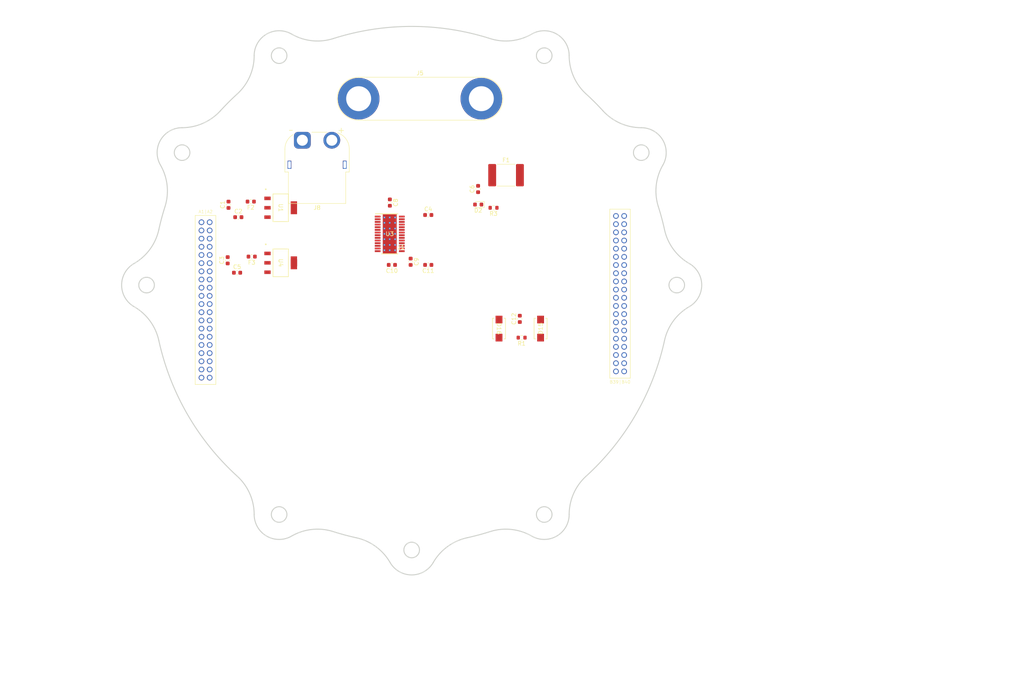
<source format=kicad_pcb>
(kicad_pcb (version 20221018) (generator pcbnew)
  (layers (0 "F.Cu" signal) (1 "In1.Cu" signal) (2 "In2.Cu" signal) (31 "B.Cu" signal) (34 "B.Paste" user) (35 "F.Paste" user) (36 "B.SilkS" user "B.Silkscreen") (37 "F.SilkS" user "F.Silkscreen") (38 "B.Mask" user) (39 "F.Mask" user) (44 "Edge.Cuts" user))
  (net 0 "")
  (net 1 "GND")
  (net 2 "V_ALL+")
  (net 3 "LOX_VENT+")
  (net 4 "/BAT1_+_pre")
  (net 5 "ETH_VENT+")
  (net 6 "ETH_MAIIN+")
  (net 7 "PYRO_EX+")
  (net 8 "Net-(C12-Pad1)")
  (net 9 "Net-(D2-K)")
  (net 10 "/BAT1_+")
  (net 11 "PWR_SUP")
  (net 12 "Net-(U1-OUTPUT)")
  (net 13 "Net-(U4-OUTPUT)")
  (net 14 "ETH_MAIN+")
  (net 28 "PYRO1EN")
  (net 37 "PYRO2EN")
  (net 39 "PYRO3EN")
  (net 41 "+5V")
  (net 42 "PYRO4EN")
  (net 46 "+3.3V")
  (footprint "Capacitor_SMD:C_0603_1608Metric" (layer "F.Cu") (at 126.225 67.805)
    (fp_text reference "C4" (at 0 -1.43) (layer "F.SilkS"))
    (fp_text value "22nF")
    (fp_line (start -0.14058 -0.51) (end 0.14058 -0.51) (stroke (width 0.12)) (layer "F.SilkS"))
    (fp_line (start -0.14058 0.51) (end 0.14058 0.51) (stroke (width 0.12)) (layer "F.SilkS"))
    (pad "1" smd roundrect (at -0.775 0) (size 0.9 0.95) (layers "F.Cu" "F.Paste" "F.Mask") (net 3 "LOX_VENT+"))
    (pad "2" smd roundrect (at 0.775 0) (size 0.9 0.95) (layers "F.Cu" "F.Paste" "F.Mask") (net 1 "GND"))
  )
  (footprint "Diode_SMD:D_0603_1608Metric" (layer "F.Cu") (at 138.43 65.2525 180)
    (fp_text reference "D2" (at 0 -1.43) (layer "F.SilkS"))
    (fp_text value "D_Small")
    (fp_line (start -1.485 -0.735) (end -1.485 0.735) (stroke (width 0.12)) (layer "F.SilkS"))
    (fp_line (start -1.485 0.735) (end 0.8 0.735) (stroke (width 0.12)) (layer "F.SilkS"))
    (fp_line (start 0.8 -0.735) (end -1.485 -0.735) (stroke (width 0.12)) (layer "F.SilkS"))
    (pad "1" smd roundrect (at -0.7875 0 180) (size 0.875 0.95) (layers "F.Cu" "F.Paste" "F.Mask") (net 9 "Net-(D2-K)"))
    (pad "2" smd roundrect (at 0.7875 0 180) (size 0.875 0.95) (layers "F.Cu" "F.Paste" "F.Mask") (net 1 "GND"))
  )
  (footprint "Capacitor_SMD:C_0603_1608Metric" (layer "F.Cu") (at 79.515 81.915)
    (fp_text reference "C5" (at 0 -1.43) (layer "F.SilkS"))
    (fp_text value "10uF")
    (fp_line (start -0.14058 -0.51) (end 0.14058 -0.51) (stroke (width 0.12)) (layer "F.SilkS"))
    (fp_line (start -0.14058 0.51) (end 0.14058 0.51) (stroke (width 0.12)) (layer "F.SilkS"))
    (pad "1" smd roundrect (at -0.775 0) (size 0.9 0.95) (layers "F.Cu" "F.Paste" "F.Mask") (net 1 "GND"))
    (pad "2" smd roundrect (at 0.775 0) (size 0.9 0.95) (layers "F.Cu" "F.Paste" "F.Mask") (net 2 "V_ALL+"))
  )
  (footprint "Capacitor_SMD:C_0603_1608Metric" (layer "F.Cu") (at 77.4192 65.305 90)
    (fp_text reference "C1" (at 0 -1.43 90) (layer "F.SilkS"))
    (fp_text value "22uF")
    (fp_line (start -0.14058 -0.51) (end 0.14058 -0.51) (stroke (width 0.12)) (layer "F.SilkS"))
    (fp_line (start -0.14058 0.51) (end 0.14058 0.51) (stroke (width 0.12)) (layer "F.SilkS"))
    (pad "1" smd roundrect (at -0.775 0 90) (size 0.9 0.95) (layers "F.Cu" "F.Paste" "F.Mask") (net 1 "GND"))
    (pad "2" smd roundrect (at 0.775 0 90) (size 0.9 0.95) (layers "F.Cu" "F.Paste" "F.Mask") (net 46 "+3.3V"))
  )
  (footprint "Fuse:Fuse_0603_1608Metric" (layer "F.Cu") (at 82.8542 64.53 180)
    (fp_text reference "F2" (at 0 -1.43) (layer "F.SilkS"))
    (fp_text value "500mA Fuse")
    (fp_line (start -0.162779 -0.51) (end 0.162779 -0.51) (stroke (width 0.12)) (layer "F.SilkS"))
    (fp_line (start -0.162779 0.51) (end 0.162779 0.51) (stroke (width 0.12)) (layer "F.SilkS"))
    (pad "1" smd roundrect (at -0.7875 0 180) (size 0.875 0.95) (layers "F.Cu" "F.Paste" "F.Mask") (net 12 "Net-(U1-OUTPUT)"))
    (pad "2" smd roundrect (at 0.7875 0 180) (size 0.875 0.95) (layers "F.Cu" "F.Paste" "F.Mask") (net 46 "+3.3V"))
  )
  (footprint "Capacitor_SMD:C_0603_1608Metric" (layer "F.Cu") (at 148.59 93.205 90)
    (fp_text reference "C12" (at 0 -1.43 90) (layer "F.SilkS"))
    (fp_text value "10uF")
    (fp_line (start -0.14058 -0.51) (end 0.14058 -0.51) (stroke (width 0.12)) (layer "F.SilkS"))
    (fp_line (start -0.14058 0.51) (end 0.14058 0.51) (stroke (width 0.12)) (layer "F.SilkS"))
    (pad "1" smd roundrect (at -0.775 0 90) (size 0.9 0.95) (layers "F.Cu" "F.Paste" "F.Mask") (net 8 "Net-(C12-Pad1)"))
    (pad "2" smd roundrect (at 0.775 0 90) (size 0.9 0.95) (layers "F.Cu" "F.Paste" "F.Mask") (net 2 "V_ALL+"))
  )
  (footprint "D_Schottky:SMADO-214AC_LEAD-FRAME_MCC" (layer "F.Cu") (at 143.51 95.5802 -90)
    (fp_text reference "D16" (at 0 0 -90 unlocked) (layer "F.SilkS"))
    (fp_text value "D_Schottky")
    (fp_line (start -2.5019 -1.5875) (end -2.5019 -1.17094) (stroke (width 0.1524)) (layer "F.SilkS"))
    (fp_line (start -2.5019 1.17094) (end -2.5019 1.5875) (stroke (width 0.1524)) (layer "F.SilkS"))
    (fp_line (start -2.5019 1.5875) (end 2.5019 1.5875) (stroke (width 0.1524)) (layer "F.SilkS"))
    (fp_line (start 2.5019 -1.5875) (end -2.5019 -1.5875) (stroke (width 0.1524)) (layer "F.SilkS"))
    (fp_line (start 2.5019 -1.17094) (end 2.5019 -1.5875) (stroke (width 0.1524)) (layer "F.SilkS"))
    (fp_line (start 2.5019 1.5875) (end 2.5019 1.17094) (stroke (width 0.1524)) (layer "F.SilkS"))
    (pad "1" smd rect (at -2.2098 0 270) (size 1.8796 1.6764) (layers "F.Cu" "F.Paste" "F.Mask") (net 2 "V_ALL+"))
    (pad "2" smd rect (at 2.2098 0 270) (size 1.8796 1.6764) (layers "F.Cu" "F.Paste" "F.Mask") (net 11 "PWR_SUP"))
  )
  (footprint "Resistor_SMD:R_0603_1608Metric" (layer "F.Cu") (at 149.035 97.79 180)
    (fp_text reference "R1" (at 0 -1.43) (layer "F.SilkS"))
    (fp_text value "1k")
    (fp_line (start -0.237258 -0.5225) (end 0.237258 -0.5225) (stroke (width 0.12)) (layer "F.SilkS"))
    (fp_line (start -0.237258 0.5225) (end 0.237258 0.5225) (stroke (width 0.12)) (layer "F.SilkS"))
    (pad "1" smd roundrect (at -0.825 0 180) (size 0.8 0.95) (layers "F.Cu" "F.Paste" "F.Mask") (net 8 "Net-(C12-Pad1)"))
    (pad "2" smd roundrect (at 0.825 0 180) (size 0.8 0.95) (layers "F.Cu" "F.Paste" "F.Mask") (net 1 "GND"))
  )
  (footprint "TPS4:PWP0028C_N" (layer "F.Cu") (at 116.81 72.42)
    (fp_text reference "U3" (at 0 0 unlocked) (layer "F.SilkS"))
    (fp_text value "TPS4H160BQPWPRQ1")
    (fp_line (start -3.500001 -4.9) (end 2.000001 -4.9) (stroke (width 0.2)) (layer "F.SilkS"))
    (fp_line (start -2.000001 4.9) (end 2.000001 4.9) (stroke (width 0.2)) (layer "F.SilkS"))
    (pad "1" smd rect (at -2.949999 -4.225 90) (size 0.449999 1.4) (layers "F.Cu" "F.Paste" "F.Mask") (net 1 "GND"))
    (pad "2" smd rect (at -2.949999 -3.574999 90) (size 0.449999 1.4) (layers "F.Cu" "F.Paste" "F.Mask"))
    (pad "3" smd rect (at -2.949999 -2.925 90) (size 0.449999 1.4) (layers "F.Cu" "F.Paste" "F.Mask") (net 28 "PYRO1EN"))
    (pad "4" smd rect (at -2.949999 -2.274999 90) (size 0.449999 1.4) (layers "F.Cu" "F.Paste" "F.Mask") (net 37 "PYRO2EN"))
    (pad "5" smd rect (at -2.949999 -1.625001 90) (size 0.449999 1.4) (layers "F.Cu" "F.Paste" "F.Mask") (net 39 "PYRO3EN"))
    (pad "6" smd rect (at -2.949999 -0.974999 90) (size 0.449999 1.4) (layers "F.Cu" "F.Paste" "F.Mask") (net 42 "PYRO4EN"))
    (pad "7" smd rect (at -2.949999 -0.325001 90) (size 0.449999 1.4) (layers "F.Cu" "F.Paste" "F.Mask"))
    (pad "8" smd rect (at -2.949999 0.325001 90) (size 0.449999 1.4) (layers "F.Cu" "F.Paste" "F.Mask"))
    (pad "9" smd rect (at -2.949999 0.974999 90) (size 0.449999 1.4) (layers "F.Cu" "F.Paste" "F.Mask"))
    (pad "10" smd rect (at -2.949999 1.625001 90) (size 0.449999 1.4) (layers "F.Cu" "F.Paste" "F.Mask"))
    (pad "11" smd rect (at -2.949999 2.274999 90) (size 0.449999 1.4) (layers "F.Cu" "F.Paste" "F.Mask"))
    (pad "12" smd rect (at -2.949999 2.925 90) (size 0.449999 1.4) (layers "F.Cu" "F.Paste" "F.Mask") (net 1 "GND"))
    (pad "13" smd rect (at -2.949999 3.574999 90) (size 0.449999 1.4) (layers "F.Cu" "F.Paste" "F.Mask"))
    (pad "14" smd rect (at -2.949999 4.225 90) (size 0.449999 1.4) (layers "F.Cu" "F.Paste" "F.Mask"))
    (pad "15" smd rect (at 2.950002 4.225 90) (size 0.449999 1.4) (layers "F.Cu" "F.Paste" "F.Mask") (net 7 "PYRO_EX+"))
    (pad "16" smd rect (at 2.950002 3.574999 90) (size 0.449999 1.4) (layers "F.Cu" "F.Paste" "F.Mask") (net 7 "PYRO_EX+"))
    (pad "17" smd rect (at 2.950002 2.925 90) (size 0.449999 1.4) (layers "F.Cu" "F.Paste" "F.Mask") (net 6 "ETH_MAIIN+"))
    (pad "18" smd rect (at 2.950002 2.274999 90) (size 0.449999 1.4) (layers "F.Cu" "F.Paste" "F.Mask") (net 6 "ETH_MAIIN+"))
    (pad "19" smd rect (at 2.950002 1.625001 90) (size 0.449999 1.4) (layers "F.Cu" "F.Paste" "F.Mask"))
    (pad "20" smd rect (at 2.950002 0.974999 90) (size 0.449999 1.4) (layers "F.Cu" "F.Paste" "F.Mask") (net 2 "V_ALL+"))
    (pad "21" smd rect (at 2.950002 0.325001 90) (size 0.449999 1.4) (layers "F.Cu" "F.Paste" "F.Mask") (net 2 "V_ALL+"))
    (pad "22" smd rect (at 2.950002 -0.325001 90) (size 0.449999 1.4) (layers "F.Cu" "F.Paste" "F.Mask") (net 2 "V_ALL+"))
    (pad "23" smd rect (at 2.950002 -0.974999 90) (size 0.449999 1.4) (layers "F.Cu" "F.Paste" "F.Mask") (net 2 "V_ALL+"))
    (pad "24" smd rect (at 2.950002 -1.625001 90) (size 0.449999 1.4) (layers "F.Cu" "F.Paste" "F.Mask"))
    (pad "25" smd rect (at 2.950002 -2.274999 90) (size 0.449999 1.4) (layers "F.Cu" "F.Paste" "F.Mask") (net 5 "ETH_VENT+"))
    (pad "26" smd rect (at 2.950002 -2.925 90) (size 0.449999 1.4) (layers "F.Cu" "F.Paste" "F.Mask") (net 5 "ETH_VENT+"))
    (pad "27" smd rect (at 2.950002 -3.574999 90) (size 0.449999 1.4) (layers "F.Cu" "F.Paste" "F.Mask") (net 3 "LOX_VENT+"))
    (pad "28" smd rect (at 2.950002 -4.225 90) (size 0.449999 1.4) (layers "F.Cu" "F.Paste" "F.Mask") (net 3 "LOX_VENT+"))
    (pad "29" smd rect (at 0 0) (size 3.400001 9.700001) (layers "F.Cu" "F.Paste" "F.Mask") (net 1 "GND"))
    (pad "V" thru_hole circle (at -1.3 -4) (size 0.499999 0.499999) (drill 0.2032) (layers "*.Cu" "*.Mask"))
    (pad "V" thru_hole circle (at -1.3 -2.7) (size 0.499999 0.499999) (drill 0.2032) (layers "*.Cu" "*.Mask"))
    (pad "V" thru_hole circle (at -1.3 -1.3) (size 0.499999 0.499999) (drill 0.2032) (layers "*.Cu" "*.Mask"))
    (pad "V" thru_hole circle (at -1.3 0) (size 0.499999 0.499999) (drill 0.2032) (layers "*.Cu" "*.Mask"))
    (pad "V" thru_hole circle (at -1.3 1.3) (size 0.499999 0.499999) (drill 0.2032) (layers "*.Cu" "*.Mask"))
    (pad "V" thru_hole circle (at -1.299997 2.7) (size 0.499999 0.499999) (drill 0.2032) (layers "*.Cu" "*.Mask"))
    (pad "V" thru_hole circle (at -1.299997 4) (size 0.499999 0.499999) (drill 0.2032) (layers "*.Cu" "*.Mask"))
    (pad "V" thru_hole circle (at 0 -2.7) (size 0.499999 0.499999) (drill 0.2032) (layers "*.Cu" "*.Mask"))
    (pad "V" thru_hole circle (at 0.000003 -4) (size 0.499999 0.499999) (drill 0.2032) (layers "*.Cu" "*.Mask"))
    (pad "V" thru_hole circle (at 0.000003 -1.3) (size 0.499999 0.499999) (drill 0.2032) (layers "*.Cu" "*.Mask"))
    (pad "V" thru_hole circle (at 0.000003 0) (size 0.499999 0.499999) (drill 0.2032) (layers "*.Cu" "*.Mask"))
    (pad "V" thru_hole circle (at 0.000003 1.3) (size 0.499999 0.499999) (drill 0.2032) (layers "*.Cu" "*.Mask"))
    (pad "V" thru_hole circle (at 0.000003 2.7) (size 0.499999 0.499999) (drill 0.2032) (layers "*.Cu" "*.Mask"))
    (pad "V" thru_hole circle (at 0.000005 4) (size 0.499999 0.499999) (drill 0.2032) (layers "*.Cu" "*.Mask"))
    (pad "V" thru_hole circle (at 1.3 -4) (size 0.499999 0.499999) (drill 0.2032) (layers "*.Cu" "*.Mask"))
    (pad "V" thru_hole circle (at 1.3 -2.7) (size 0.499999 0.499999) (drill 0.2032) (layers "*.Cu" "*.Mask"))
    (pad "V" thru_hole circle (at 1.3 -1.3) (size 0.499999 0.499999) (drill 0.2032) (layers "*.Cu" "*.Mask"))
    (pad "V" thru_hole circle (at 1.3 0) (size 0.499999 0.499999) (drill 0.2032) (layers "*.Cu" "*.Mask"))
    (pad "V" thru_hole circle (at 1.3 1.3) (size 0.499999 0.499999) (drill 0.2032) (layers "*.Cu" "*.Mask"))
    (pad "V" thru_hole circle (at 1.300002 2.7) (size 0.499999 0.499999) (drill 0.2032) (layers "*.Cu" "*.Mask"))
    (pad "V" thru_hole circle (at 1.300002 4) (size 0.499999 0.499999) (drill 0.2032) (layers "*.Cu" "*.Mask"))
  )
  (footprint "Capacitor_SMD:C_0603_1608Metric" (layer "F.Cu") (at 77.216 78.88 90)
    (fp_text reference "C3" (at 0 -1.43 90) (layer "F.SilkS"))
    (fp_text value "22uF")
    (fp_line (start -0.14058 -0.51) (end 0.14058 -0.51) (stroke (width 0.12)) (layer "F.SilkS"))
    (fp_line (start -0.14058 0.51) (end 0.14058 0.51) (stroke (width 0.12)) (layer "F.SilkS"))
    (pad "1" smd roundrect (at -0.775 0 90) (size 0.9 0.95) (layers "F.Cu" "F.Paste" "F.Mask") (net 1 "GND"))
    (pad "2" smd roundrect (at 0.775 0 90) (size 0.9 0.95) (layers "F.Cu" "F.Paste" "F.Mask") (net 41 "+5V"))
  )
  (footprint "Capacitor_SMD:C_0603_1608Metric" (layer "F.Cu") (at 121.92 79.235 -90)
    (fp_text reference "C9" (at 0 -1.43 90) (layer "F.SilkS"))
    (fp_text value "22nF")
    (fp_line (start -0.14058 -0.51) (end 0.14058 -0.51) (stroke (width 0.12)) (layer "F.SilkS"))
    (fp_line (start -0.14058 0.51) (end 0.14058 0.51) (stroke (width 0.12)) (layer "F.SilkS"))
    (pad "1" smd roundrect (at -0.775 0 270) (size 0.9 0.95) (layers "F.Cu" "F.Paste" "F.Mask") (net 6 "ETH_MAIIN+"))
    (pad "2" smd roundrect (at 0.775 0 270) (size 0.9 0.95) (layers "F.Cu" "F.Paste" "F.Mask") (net 1 "GND"))
  )
  (footprint "Stack_Shape:Stack_Shape" (layer "F.Cu") (at 123.215 86.0951)
    (fp_text reference "J1" (at -3.639997 -10.41 unlocked) (layer "F.SilkS"))
    (fp_text value "Stack_Shape")
    (fp_text user "A1|A2" (at -51.4 -19.103169) (layer "F.SilkS") (effects (font (size 0.75 0.75) (thickness 0.084375))))
    (fp_text user "B39|B40" (at 49.87 22.5399) (layer "F.SilkS") (effects (font (size 0.75 0.75) (thickness 0.084375))))
    (fp_line (start -53.94 -18.183169) (end -53.94 23.130031) (stroke (width 0.127)) (layer "F.SilkS"))
    (fp_line (start -53.94 -18.169769) (end -48.8917 -18.169769) (stroke (width 0.127)) (layer "F.SilkS"))
    (fp_line (start -48.8917 -18.169769) (end -48.8917 23.143431) (stroke (width 0.127)) (layer "F.SilkS"))
    (fp_line (start -48.8917 23.143431) (end -53.94 23.143431) (stroke (width 0.127)) (layer "F.SilkS"))
    (fp_line (start 47.3617 -19.7067) (end 52.3783 -19.7067) (stroke (width 0.127)) (layer "F.SilkS"))
    (fp_line (start 47.3617 21.6065) (end 47.3617 -19.7067) (stroke (width 0.127)) (layer "F.SilkS"))
    (fp_line (start 52.3783 21.6065) (end 47.3617 21.6065) (stroke (width 0.127)) (layer "F.SilkS"))
    (fp_line (start 52.3783 21.6065) (end 52.3783 -19.7067) (stroke (width 0.127)) (layer "F.SilkS"))
    (fp_arc (start -68.865786 4.12567) (mid -71.90894 -1.15082) (end -68.865786 -6.42731) (stroke (width 0.25)) (layer "Edge.Cuts"))
    (fp_arc (start -68.865786 4.12567) (mid -64.972067 7.625074) (end -62.820707 12.39776) (stroke (width 0.25)) (layer "Edge.Cuts"))
    (fp_arc (start -62.820707 -14.6994) (mid -64.972067 -9.926714) (end -68.865786 -6.42731) (stroke (width 0.25)) (layer "Edge.Cuts"))
    (fp_arc (start -62.820707 -14.6994) (mid -62.133886 -17.52009) (end -61.318346 -20.306289) (stroke (width 0.25)) (layer "Edge.Cuts"))
    (fp_arc (start -62.417492 -30.492668) (mid -60.795135 -25.515236) (end -61.318346 -20.306289) (stroke (width 0.25)) (layer "Edge.Cuts"))
    (fp_arc (start -62.417492 -30.492668) (mid -62.414696 -36.58382) (end -57.141002 -39.631817) (stroke (width 0.25)) (layer "Edge.Cuts"))
    (fp_arc (start -47.769766 -43.773118) (mid -52.019241 -40.715531) (end -57.141002 -39.631817) (stroke (width 0.25)) (layer "Edge.Cuts"))
    (fp_arc (start -47.769766 -43.773118) (mid -45.764615 -45.872495) (end -43.665238 -47.877646) (stroke (width 0.25)) (layer "Edge.Cuts"))
    (fp_arc (start -43.665238 45.576006) (mid -55.815583 30.47218) (end -62.820707 12.39776) (stroke (width 0.25)) (layer "Edge.Cuts"))
    (fp_arc (start -43.665238 45.576006) (mid -40.607651 49.825481) (end -39.523937 54.947242) (stroke (width 0.25)) (layer "Edge.Cuts"))
    (fp_arc (start -39.523937 -57.248882) (mid -40.607651 -52.127121) (end -43.665238 -47.877646) (stroke (width 0.25)) (layer "Edge.Cuts"))
    (fp_arc (start -39.523937 -57.248882) (mid -36.47594 -62.522576) (end -30.384788 -62.525372) (stroke (width 0.25)) (layer "Edge.Cuts"))
    (fp_arc (start -30.384788 60.223732) (mid -36.47594 60.220936) (end -39.523937 54.947242) (stroke (width 0.25)) (layer "Edge.Cuts"))
    (fp_arc (start -30.384788 60.223732) (mid -25.407356 58.601375) (end -20.198409 59.124586) (stroke (width 0.25)) (layer "Edge.Cuts"))
    (fp_arc (start -20.198409 -61.426226) (mid -25.407356 -60.903015) (end -30.384788 -62.525372) (stroke (width 0.25)) (layer "Edge.Cuts"))
    (fp_arc (start -20.198409 -61.426226) (mid -1.04294 -64.39682) (end 18.112529 -61.426226) (stroke (width 0.25)) (layer "Edge.Cuts"))
    (fp_arc (start -14.59152 60.626947) (mid -17.41221 59.940126) (end -20.198409 59.124586) (stroke (width 0.25)) (layer "Edge.Cuts"))
    (fp_arc (start -14.59152 60.626947) (mid -9.818834 62.778307) (end -6.31943 66.672026) (stroke (width 0.25)) (layer "Edge.Cuts"))
    (fp_arc (start 4.23355 66.672026) (mid -1.04294 69.71518) (end -6.31943 66.672026) (stroke (width 0.25)) (layer "Edge.Cuts"))
    (fp_arc (start 4.23355 66.672026) (mid 7.732954 62.778306) (end 12.50564 60.626947) (stroke (width 0.25)) (layer "Edge.Cuts"))
    (fp_arc (start 18.112529 59.124586) (mid 15.326329 59.940125) (end 12.50564 60.626947) (stroke (width 0.25)) (layer "Edge.Cuts"))
    (fp_arc (start 18.112529 59.124586) (mid 23.321476 58.601375) (end 28.298908 60.223732) (stroke (width 0.25)) (layer "Edge.Cuts"))
    (fp_arc (start 28.298908 -62.525372) (mid 23.321476 -60.903015) (end 18.112529 -61.426226) (stroke (width 0.25)) (layer "Edge.Cuts"))
    (fp_arc (start 28.298908 -62.525372) (mid 34.390059 -62.522577) (end 37.438057 -57.248882) (stroke (width 0.25)) (layer "Edge.Cuts"))
    (fp_arc (start 37.438057 54.947242) (mid 34.390067 60.220966) (end 28.298908 60.223732) (stroke (width 0.25)) (layer "Edge.Cuts"))
    (fp_arc (start 37.438057 54.947242) (mid 38.521763 49.825475) (end 41.579358 45.576006) (stroke (width 0.25)) (layer "Edge.Cuts"))
    (fp_arc (start 41.579358 -47.877646) (mid 38.521772 -52.127121) (end 37.438057 -57.248882) (stroke (width 0.25)) (layer "Edge.Cuts"))
    (fp_arc (start 41.579358 -47.877646) (mid 43.678735 -45.872495) (end 45.683886 -43.773118) (stroke (width 0.25)) (layer "Edge.Cuts"))
    (fp_arc (start 55.055122 -39.631817) (mid 49.933355 -40.715523) (end 45.683886 -43.773118) (stroke (width 0.25)) (layer "Edge.Cuts"))
    (fp_arc (start 55.055122 -39.631817) (mid 60.328846 -36.583827) (end 60.331612 -30.492668) (stroke (width 0.25)) (layer "Edge.Cuts"))
    (fp_arc (start 59.232466 -20.306289) (mid 58.709255 -25.515236) (end 60.331612 -30.492668) (stroke (width 0.25)) (layer "Edge.Cuts"))
    (fp_arc (start 59.232466 -20.306289) (mid 60.048005 -17.520089) (end 60.734827 -14.6994) (stroke (width 0.25)) (layer "Edge.Cuts"))
    (fp_arc (start 60.734827 12.39776) (mid 53.729703 30.47218) (end 41.579358 45.576006) (stroke (width 0.25)) (layer "Edge.Cuts"))
    (fp_arc (start 60.734827 12.39776) (mid 62.886197 7.625086) (end 66.779906 4.12567) (stroke (width 0.25)) (layer "Edge.Cuts"))
    (fp_arc (start 66.779906 -6.42731) (mid 62.886186 -9.926714) (end 60.734827 -14.6994) (stroke (width 0.25)) (layer "Edge.Cuts"))
    (fp_arc (start 66.779906 -6.42731) (mid 69.82306 -1.15082) (end 66.779906 4.12567) (stroke (width 0.25)) (layer "Edge.Cuts"))
    (fp_circle (center -65.81294 -1.15082) (end -63.90794 -1.15082) (stroke (width 0.25)) (fill none) (layer "Edge.Cuts"))
    (fp_circle (center -57.135405 -33.53582) (end -55.230405 -33.53582) (stroke (width 0.25)) (fill none) (layer "Edge.Cuts"))
    (fp_circle (center -33.42794 -57.243285) (end -31.52294 -57.243285) (stroke (width 0.25)) (fill none) (layer "Edge.Cuts"))
    (fp_circle (center -33.42794 54.941645) (end -31.52294 54.941645) (stroke (width 0.25)) (fill none) (layer "Edge.Cuts"))
    (fp_circle (center -1.04294 63.61918) (end 0.86206 63.61918) (stroke (width 0.25)) (fill none) (layer "Edge.Cuts"))
    (fp_circle (center 31.34206 -57.243285) (end 33.24706 -57.243285) (stroke (width 0.25)) (fill none) (layer "Edge.Cuts"))
    (fp_circle (center 31.34206 54.941645) (end 33.24706 54.941645) (stroke (width 0.25)) (fill none) (layer "Edge.Cuts"))
    (fp_circle (center 55.049525 -33.53582) (end 56.954525 -33.53582) (stroke (width 0.25)) (fill none) (layer "Edge.Cuts"))
    (fp_circle (center 63.72706 -1.15082) (end 65.63206 -1.15082) (stroke (width 0.25)) (fill none) (layer "Edge.Cuts"))
    (pad "A1" thru_hole circle (at -52.4 -16.513169 90) (size 1.3716 1.3716) (drill 0.9144) (layers "*.Cu" "*.Mask") (net 46 "+3.3V"))
    (pad "A2" thru_hole circle (at -50.4 -16.513169 90) (size 1.3716 1.3716) (drill 0.9144) (layers "*.Cu" "*.Mask") (net 46 "+3.3V"))
    (pad "A3" thru_hole circle (at -52.4 -14.513169 90) (size 1.3716 1.3716) (drill 0.9144) (layers "*.Cu" "*.Mask") (net 1 "GND"))
    (pad "A4" thru_hole circle (at -50.4 -14.513169 90) (size 1.3716 1.3716) (drill 0.9144) (layers "*.Cu" "*.Mask") (net 1 "GND"))
    (pad "A5" thru_hole circle (at -52.4 -12.513169 90) (size 1.3716 1.3716) (drill 0.9144) (layers "*.Cu" "*.Mask") (net 41 "+5V"))
    (pad "A6" thru_hole circle (at -50.4 -12.513169 90) (size 1.3716 1.3716) (drill 0.9144) (layers "*.Cu" "*.Mask") (net 41 "+5V"))
    (pad "A7" thru_hole circle (at -52.4 -10.513169 90) (size 1.3716 1.3716) (drill 0.9144) (layers "*.Cu" "*.Mask") (net 41 "+5V"))
    (pad "A8" thru_hole circle (at -50.4 -10.513169 90) (size 1.3716 1.3716) (drill 0.9144) (layers "*.Cu" "*.Mask") (net 41 "+5V"))
    (pad "A9" thru_hole circle (at -52.4 -8.513169 90) (size 1.3716 1.3716) (drill 0.9144) (layers "*.Cu" "*.Mask") (net 1 "GND"))
    (pad "A10" thru_hole circle (at -50.4 -8.513169 90) (size 1.3716 1.3716) (drill 0.9144) (layers "*.Cu" "*.Mask") (net 1 "GND"))
    (pad "A11" thru_hole circle (at -52.4 -6.513169 90) (size 1.3716 1.3716) (drill 0.9144) (layers "*.Cu" "*.Mask") (net 3 "LOX_VENT+"))
    (pad "A12" thru_hole circle (at -50.4 -6.513169 90) (size 1.3716 1.3716) (drill 0.9144) (layers "*.Cu" "*.Mask") (net 3 "LOX_VENT+"))
    (pad "A13" thru_hole circle (at -52.4 -4.513169 90) (size 1.3716 1.3716) (drill 0.9144) (layers "*.Cu" "*.Mask") (net 1 "GND"))
    (pad "A14" thru_hole circle (at -50.4 -4.513169 90) (size 1.3716 1.3716) (drill 0.9144) (layers "*.Cu" "*.Mask") (net 1 "GND"))
    (pad "A15" thru_hole circle (at -52.4 -2.513169 90) (size 1.3716 1.3716) (drill 0.9144) (layers "*.Cu" "*.Mask") (net 5 "ETH_VENT+"))
    (pad "A16" thru_hole circle (at -50.4 -2.513169 90) (size 1.3716 1.3716) (drill 0.9144) (layers "*.Cu" "*.Mask") (net 5 "ETH_VENT+"))
    (pad "A17" thru_hole circle (at -52.4 -0.513169 90) (size 1.3716 1.3716) (drill 0.9144) (layers "*.Cu" "*.Mask") (net 1 "GND"))
    (pad "A18" thru_hole circle (at -50.4 -0.513169 90) (size 1.3716 1.3716) (drill 0.9144) (layers "*.Cu" "*.Mask") (net 1 "GND"))
    (pad "A19" thru_hole circle (at -52.4 1.486831 90) (size 1.3716 1.3716) (drill 0.9144) (layers "*.Cu" "*.Mask") (net 14 "ETH_MAIN+"))
    (pad "A20" thru_hole circle (at -50.4 1.486831 90) (size 1.3716 1.3716) (drill 0.9144) (layers "*.Cu" "*.Mask") (net 14 "ETH_MAIN+"))
    (pad "A21" thru_hole circle (at -52.4 3.486831 90) (size 1.3716 1.3716) (drill 0.9144) (layers "*.Cu" "*.Mask") (net 1 "GND"))
    (pad "A22" thru_hole circle (at -50.4 3.486831 90) (size 1.3716 1.3716) (drill 0.9144) (layers "*.Cu" "*.Mask") (net 1 "GND"))
    (pad "A23" thru_hole circle (at -52.4 5.486831 90) (size 1.3716 1.3716) (drill 0.9144) (layers "*.Cu" "*.Mask") (net 7 "PYRO_EX+"))
    (pad "A24" thru_hole circle (at -50.4 5.486831 90) (size 1.3716 1.3716) (drill 0.9144) (layers "*.Cu" "*.Mask") (net 7 "PYRO_EX+"))
    (pad "A25" thru_hole circle (at -52.4 7.486831 90) (size 1.3716 1.3716) (drill 0.9144) (layers "*.Cu" "*.Mask") (net 1 "GND"))
    (pad "A26" thru_hole circle (at -50.4 7.486831 90) (size 1.3716 1.3716) (drill 0.9144) (layers "*.Cu" "*.Mask") (net 1 "GND"))
    (pad "A27" thru_hole circle (at -52.4 9.486831 90) (size 1.3716 1.3716) (drill 0.9144) (layers "*.Cu" "*.Mask"))
    (pad "A28" thru_hole circle (at -50.4 9.486831 90) (size 1.3716 1.3716) (drill 0.9144) (layers "*.Cu" "*.Mask"))
    (pad "A29" thru_hole circle (at -52.4 11.486831 90) (size 1.3716 1.3716) (drill 0.9144) (layers "*.Cu" "*.Mask"))
    (pad "A30" thru_hole circle (at -50.4 11.486831 90) (size 1.3716 1.3716) (drill 0.9144) (layers "*.Cu" "*.Mask"))
    (pad "A31" thru_hole circle (at -52.4 13.486831 90) (size 1.3716 1.3716) (drill 0.9144) (layers "*.Cu" "*.Mask"))
    (pad "A32" thru_hole circle (at -50.4 13.486831 90) (size 1.3716 1.3716) (drill 0.9144) (layers "*.Cu" "*.Mask"))
    (pad "A33" thru_hole circle (at -52.4 15.486731 90) (size 1.3716 1.3716) (drill 0.9144) (layers "*.Cu" "*.Mask"))
    (pad "A34" thru_hole circle (at -50.4 15.486731 90) (size 1.3716 1.3716) (drill 0.9144) (layers "*.Cu" "*.Mask"))
    (pad "A35" thru_hole circle (at -52.4 17.486731 90) (size 1.3716 1.3716) (drill 0.9144) (layers "*.Cu" "*.Mask") (net 11 "PWR_SUP"))
    (pad "A36" thru_hole circle (at -50.4 17.486731 90) (size 1.3716 1.3716) (drill 0.9144) (layers "*.Cu" "*.Mask") (net 11 "PWR_SUP"))
    (pad "A37" thru_hole circle (at -52.4 19.486731 90) (size 1.3716 1.3716) (drill 0.9144) (layers "*.Cu" "*.Mask") (net 11 "PWR_SUP"))
    (pad "A38" thru_hole circle (at -50.4 19.486731 90) (size 1.3716 1.3716) (drill 0.9144) (layers "*.Cu" "*.Mask") (net 11 "PWR_SUP"))
    (pad "A39" thru_hole circle (at -52.4 21.486731 90) (size 1.3716 1.3716) (drill 0.9144) (layers "*.Cu" "*.Mask") (net 11 "PWR_SUP"))
    (pad "A40" thru_hole circle (at -50.4 21.486731 90) (size 1.3716 1.3716) (drill 0.9144) (layers "*.Cu" "*.Mask") (net 11 "PWR_SUP"))
    (pad "B1" thru_hole circle (at 48.87 -18.05 270) (size 1.3716 1.3716) (drill 0.9144) (layers "*.Cu" "*.Mask"))
    (pad "B2" thru_hole circle (at 50.87 -18.05 270) (size 1.3716 1.3716) (drill 0.9144) (layers "*.Cu" "*.Mask"))
    (pad "B3" thru_hole circle (at 48.87 -16.05 270) (size 1.3716 1.3716) (drill 0.9144) (layers "*.Cu" "*.Mask"))
    (pad "B4" thru_hole circle (at 50.87 -16.05 270) (size 1.3716 1.3716) (drill 0.9144) (layers "*.Cu" "*.Mask"))
    (pad "B5" thru_hole circle (at 48.87 -14.05 270) (size 1.3716 1.3716) (drill 0.9144) (layers "*.Cu" "*.Mask") (net 1 "GND"))
    (pad "B6" thru_hole circle (at 50.87 -14.05 90) (size 1.3716 1.3716) (drill 0.9144) (layers "*.Cu" "*.Mask"))
    (pad "B7" thru_hole circle (at 48.87 -12.05 270) (size 1.3716 1.3716) (drill 0.9144) (layers "*.Cu" "*.Mask") (net 28 "PYRO1EN"))
    (pad "B8" thru_hole circle (at 50.87 -12.05 270) (size 1.3716 1.3716) (drill 0.9144) (layers "*.Cu" "*.Mask") (net 1 "GND"))
    (pad "B9" thru_hole circle (at 48.87 -10.0501 270) (size 1.3716 1.3716) (drill 0.9144) (layers "*.Cu" "*.Mask") (net 1 "GND"))
    (pad "B10" thru_hole circle (at 50.87 -10.0501 270) (size 1.3716 1.3716) (drill 0.9144) (layers "*.Cu" "*.Mask"))
    (pad "B11" thru_hole circle (at 48.87 -8.0501 270) (size 1.3716 1.3716) (drill 0.9144) (layers "*.Cu" "*.Mask"))
    (pad "B12" thru_hole circle (at 50.87 -8.0501 270) (size 1.3716 1.3716) (drill 0.9144) (layers "*.Cu" "*.Mask"))
    (pad "B13" thru_hole circle (at 48.87 -6.0501 270) (size 1.3716 1.3716) (drill 0.9144) (layers "*.Cu" "*.Mask"))
    (pad "B14" thru_hole circle (at 50.87 -6.0501 270) (size 1.3716 1.3716) (drill 0.9144) (layers "*.Cu" "*.Mask"))
    (pad "B15" thru_hole circle (at 48.87 -4.0501 270) (size 1.3716 1.3716) (drill 0.9144) (layers "*.Cu" "*.Mask"))
    (pad "B16" thru_hole circle (at 50.87 -4.0501 270) (size 1.3716 1.3716) (drill 0.9144) (layers "*.Cu" "*.Mask"))
    (pad "B17" thru_hole circle (at 48.87 -2.0501 270) (size 1.3716 1.3716) (drill 0.9144) (layers "*.Cu" "*.Mask") (net 1 "GND"))
    (pad "B18" thru_hole circle (at 50.87 -2.0501 270) (size 1.3716 1.3716) (drill 0.9144) (layers "*.Cu" "*.Mask") (net 1 "GND"))
    (pad "B19" thru_hole circle (at 48.87 -0.0501 270) (size 1.3716 1.3716) (drill 0.9144) (layers "*.Cu" "*.Mask"))
    (pad "B20" thru_hole circle (at 50.87 -0.0501 270) (size 1.3716 1.3716) (drill 0.9144) (layers "*.Cu" "*.Mask") (net 37 "PYRO2EN"))
    (pad "B21" thru_hole circle (at 48.87 1.9499 270) (size 1.3716 1.3716) (drill 0.9144) (layers "*.Cu" "*.Mask"))
    (pad "B22" thru_hole circle (at 50.87 1.9499 270) (size 1.3716 1.3716) (drill 0.9144) (layers "*.Cu" "*.Mask") (net 39 "PYRO3EN"))
    (pad "B23" thru_hole circle (at 48.87 3.9499 270) (size 1.3716 1.3716) (drill 0.9144) (layers "*.Cu" "*.Mask"))
    (pad "B24" thru_hole circle (at 50.87 3.9499 270) (size 1.3716 1.3716) (drill 0.9144) (layers "*.Cu" "*.Mask") (net 42 "PYRO4EN"))
    (pad "B25" thru_hole circle (at 48.87 5.9499 270) (size 1.3716 1.3716) (drill 0.9144) (layers "*.Cu" "*.Mask") (net 1 "GND"))
    (pad "B26" thru_hole circle (at 50.87 5.9499 270) (size 1.3716 1.3716) (drill 0.9144) (layers "*.Cu" "*.Mask") (net 1 "GND"))
    (pad "B27" thru_hole circle (at 48.87 7.9499 270) (size 1.3716 1.3716) (drill 0.9144) (layers "*.Cu" "*.Mask"))
    (pad "B28" thru_hole circle (at 50.87 7.9499 270) (size 1.3716 1.3716) (drill 0.9144) (layers "*.Cu" "*.Mask"))
    (pad "B29" thru_hole circle (at 48.87 9.9499 270) (size 1.3716 1.3716) (drill 0.9144) (layers "*.Cu" "*.Mask"))
    (pad "B30" thru_hole circle (at 50.87 9.9499 270) (size 1.3716 1.3716) (drill 0.9144) (layers "*.Cu" "*.Mask"))
    (pad "B31" thru_hole circle (at 48.87 11.9499 270) (size 1.3716 1.3716) (drill 0.9144) (layers "*.Cu" "*.Mask"))
    (pad "B32" thru_hole circle (at 50.87 11.9499 270) (size 1.3716 1.3716) (drill 0.9144) (layers "*.Cu" "*.Mask"))
    (pad "B33" thru_hole circle (at 48.87 13.9499 270) (size 1.3716 1.3716) (drill 0.9144) (layers "*.Cu" "*.Mask") (net 1 "GND"))
    (pad "B34" thru_hole circle (at 50.87 13.9499 270) (size 1.3716 1.3716) (drill 0.9144) (layers "*.Cu" "*.Mask") (net 1 "GND"))
    (pad "B35" thru_hole circle (at 48.87 15.9499 270) (size 1.3716 1.3716) (drill 0.9144) (layers "*.Cu" "*.Mask"))
    (pad "B36" thru_hole circle (at 50.87 15.9499 270) (size 1.3716 1.3716) (drill 0.9144) (layers "*.Cu" "*.Mask"))
    (pad "B37" thru_hole circle (at 48.87 17.9499 270) (size 1.3716 1.3716) (drill 0.9144) (layers "*.Cu" "*.Mask"))
    (pad "B38" thru_hole circle (at 50.87 17.9499 270) (size 1.3716 1.3716) (drill 0.9144) (layers "*.Cu" "*.Mask"))
    (pad "B39" thru_hole circle (at 48.87 19.9499 270) (size 1.3716 1.3716) (drill 0.9144) (layers "*.Cu" "*.Mask"))
    (pad "B40" thru_hole circle (at 50.87 19.9499 270) (size 1.3716 1.3716) (drill 0.9144) (layers "*.Cu" "*.Mask"))
  )
  (footprint "Fuse:Fuse_2920_7451Metric" (layer "F.Cu") (at 145.2325 58.07)
    (fp_text reference "F1" (at 0 -3.68) (layer "F.SilkS"))
    (fp_text value "6A Fuse")
    (fp_line (start -2.203752 -2.67) (end 2.203752 -2.67) (stroke (width 0.12)) (layer "F.SilkS"))
    (fp_line (start -2.203752 2.67) (end 2.203752 2.67) (stroke (width 0.12)) (layer "F.SilkS"))
    (pad "1" smd roundrect (at -3.3875 0) (size 1.925 5.45) (layers "F.Cu" "F.Paste" "F.Mask") (roundrect_rratio 0.12987) (net 4 "/BAT1_+_pre"))
    (pad "2" smd roundrect (at 3.3875 0) (size 1.925 5.45) (layers "F.Cu" "F.Paste" "F.Mask") (roundrect_rratio 0.12987) (net 10 "/BAT1_+"))
  )
  (footprint "Fuse:Fuse_0603_1608Metric" (layer "F.Cu") (at 83.0835 77.978 180)
    (fp_text reference "F3" (at 0 -1.43) (layer "F.SilkS"))
    (fp_text value "500mA Fuse")
    (fp_line (start -0.162779 -0.51) (end 0.162779 -0.51) (stroke (width 0.12)) (layer "F.SilkS"))
    (fp_line (start -0.162779 0.51) (end 0.162779 0.51) (stroke (width 0.12)) (layer "F.SilkS"))
    (pad "1" smd roundrect (at -0.7875 0 180) (size 0.875 0.95) (layers "F.Cu" "F.Paste" "F.Mask") (net 13 "Net-(U4-OUTPUT)"))
    (pad "2" smd roundrect (at 0.7875 0 180) (size 0.875 0.95) (layers "F.Cu" "F.Paste" "F.Mask") (net 41 "+5V"))
  )
  (footprint "Connector_AMASS:AMASS_XT60PW-F_1x02_P7.20mm_Horizontal" (layer "F.Cu") (at 95.46 49.53 180)
    (fp_text reference "J8" (at -3.6 -16.5 180) (layer "F.SilkS"))
    (fp_text value "XT60-M")
    (fp_text user "-" (at 2.8 2.5 180) (layer "F.SilkS"))
    (fp_text user "+" (at -9.5 2.5 180) (layer "F.SilkS") (effects (font (size 1.5 1.5))))
    (fp_line (start -11.46 -7.76) (end -11.46 -2.15) (stroke (width 0.12)) (layer "F.SilkS"))
    (fp_line (start -11.46 -7.76) (end -10.61 -7.76) (stroke (width 0.12)) (layer "F.SilkS"))
    (fp_line (start -10.61 -15.46) (end -10.61 -7.76) (stroke (width 0.12)) (layer "F.SilkS"))
    (fp_line (start -10.61 -15.46) (end 3.41 -15.46) (stroke (width 0.12)) (layer "F.SilkS"))
    (fp_line (start -6.05 1.96) (end -2.31 1.96) (stroke (width 0.12)) (layer "F.SilkS"))
    (fp_line (start 3.41 -15.46) (end 3.41 -7.76) (stroke (width 0.12)) (layer "F.SilkS"))
    (fp_line (start 3.41 -7.76) (end 4.26 -7.76) (stroke (width 0.12)) (layer "F.SilkS"))
    (fp_line (start 4.26 -7.76) (end 4.26 -2.15) (stroke (width 0.12)) (layer "F.SilkS"))
    (fp_arc (start -8.5899 1.808718) (mid -10.677645 0.302568) (end -11.46 -2.15) (stroke (width 0.12)) (layer "F.SilkS"))
    (fp_arc (start 4.26 -2.15) (mid 3.727162 -0.126139) (end 2.266806 1.372958) (stroke (width 0.12)) (layer "F.SilkS"))
    (pad "" thru_hole rect (at -10.35 -6 180) (size 0.9 2) (drill oval 0.6 1.7) (layers "*.Cu" "*.Mask"))
    (pad "" thru_hole rect (at 3.15 -6 180) (size 0.9 2) (drill oval 0.6 1.7) (layers "*.Cu" "*.Mask"))
    (pad "1" thru_hole roundrect (at 0 0 180) (size 4.1 4.1) (drill 2.7) (layers "*.Cu" "*.Mask"))
    (pad "2" thru_hole circle (at -7.2 0 180) (size 4.1 4.1) (drill 2.7) (layers "*.Cu" "*.Mask"))
  )
  (footprint "Capacitor_SMD:C_0603_1608Metric" (layer "F.Cu") (at 126.225 80.01 180)
    (fp_text reference "C11" (at 0 -1.43) (layer "F.SilkS"))
    (fp_text value "0.1µF")
    (fp_line (start -0.14058 -0.51) (end 0.14058 -0.51) (stroke (width 0.12)) (layer "F.SilkS"))
    (fp_line (start -0.14058 0.51) (end 0.14058 0.51) (stroke (width 0.12)) (layer "F.SilkS"))
    (pad "1" smd roundrect (at -0.775 0 180) (size 0.9 0.95) (layers "F.Cu" "F.Paste" "F.Mask") (net 2 "V_ALL+"))
    (pad "2" smd roundrect (at 0.775 0 180) (size 0.9 0.95) (layers "F.Cu" "F.Paste" "F.Mask") (net 1 "GND"))
  )
  (footprint "Capacitor_SMD:C_0603_1608Metric" (layer "F.Cu") (at 138.400003 61.455 90)
    (fp_text reference "C6" (at 0 -1.43 90) (layer "F.SilkS"))
    (fp_text value "22uF")
    (fp_line (start -0.14058 -0.51) (end 0.14058 -0.51) (stroke (width 0.12)) (layer "F.SilkS"))
    (fp_line (start -0.14058 0.51) (end 0.14058 0.51) (stroke (width 0.12)) (layer "F.SilkS"))
    (pad "1" smd roundrect (at -0.775 0 90) (size 0.9 0.95) (layers "F.Cu" "F.Paste" "F.Mask") (net 1 "GND"))
    (pad "2" smd roundrect (at 0.775 0 90) (size 0.9 0.95) (layers "F.Cu" "F.Paste" "F.Mask") (net 4 "/BAT1_+_pre"))
  )
  (footprint "AZ1117IH-3:SOT223_AZ1117I_6P5X3P5_DIO" (layer "F.Cu") (at 90.17 66.04 -90)
    (fp_text reference "U1" (at 0 0 -90 unlocked) (layer "F.SilkS"))
    (fp_text value "AZ1117IH-3.3TRG1")
    (fp_poly (pts (xy 1.5748 -4.0005) (xy -1.5748 -4.0005) (xy -1.5748 -2.4511) (xy 1.5748 -2.4511)) (fill solid) (layer "F.Cu"))
    (fp_line (start -3.3782 -1.8796) (end -3.3782 1.8796) (stroke (width 0.1524)) (layer "F.SilkS"))
    (fp_line (start -3.3782 1.8796) (end 3.3782 1.8796) (stroke (width 0.1524)) (layer "F.SilkS"))
    (fp_line (start 3.3782 -1.8796) (end -3.3782 -1.8796) (stroke (width 0.1524)) (layer "F.SilkS"))
    (fp_line (start 3.3782 1.8796) (end 3.3782 -1.8796) (stroke (width 0.1524)) (layer "F.SilkS"))
    (fp_circle (center -4.5212 3.6449) (end -4.3942 3.6449) (stroke (width 0.1524)) (fill none) (layer "F.SilkS"))
    (pad "1" smd rect (at -2.3 3.2258 270) (size 0.8636 1.5494) (layers "F.Cu" "F.Paste" "F.Mask") (net 1 "GND"))
    (pad "2" smd rect (at 0 3.2258 270) (size 0.8636 1.5494) (layers "F.Cu" "F.Paste" "F.Mask") (net 12 "Net-(U1-OUTPUT)"))
    (pad "3" smd rect (at 2.3 3.2258 270) (size 0.8636 1.5494) (layers "F.Cu" "F.Paste" "F.Mask") (net 2 "V_ALL+"))
  )
  (footprint "Capacitor_SMD:C_0603_1608Metric" (layer "F.Cu") (at 117.335 80.01 180)
    (fp_text reference "C10" (at 0 -1.43) (layer "F.SilkS"))
    (fp_text value "22nF")
    (fp_line (start -0.14058 -0.51) (end 0.14058 -0.51) (stroke (width 0.12)) (layer "F.SilkS"))
    (fp_line (start -0.14058 0.51) (end 0.14058 0.51) (stroke (width 0.12)) (layer "F.SilkS"))
    (pad "1" smd roundrect (at -0.775 0 180) (size 0.9 0.95) (layers "F.Cu" "F.Paste" "F.Mask") (net 7 "PYRO_EX+"))
    (pad "2" smd roundrect (at 0.775 0 180) (size 0.9 0.95) (layers "F.Cu" "F.Paste" "F.Mask") (net 1 "GND"))
  )
  (footprint "Resistor_SMD:R_0603_1608Metric" (layer "F.Cu") (at 142.175 66.04 180)
    (fp_text reference "R3" (at 0 -1.43) (layer "F.SilkS"))
    (fp_text value "10k")
    (fp_line (start -0.237258 -0.5225) (end 0.237258 -0.5225) (stroke (width 0.12)) (layer "F.SilkS"))
    (fp_line (start -0.237258 0.5225) (end 0.237258 0.5225) (stroke (width 0.12)) (layer "F.SilkS"))
    (pad "1" smd roundrect (at -0.825 0 180) (size 0.8 0.95) (layers "F.Cu" "F.Paste" "F.Mask") (net 4 "/BAT1_+_pre"))
    (pad "2" smd roundrect (at 0.825 0 180) (size 0.8 0.95) (layers "F.Cu" "F.Paste" "F.Mask") (net 9 "Net-(D2-K)"))
  )
  (footprint "Capacitor_SMD:C_0603_1608Metric" (layer "F.Cu") (at 116.84 64.77 -90)
    (fp_text reference "C8" (at 0 -1.43 90) (layer "F.SilkS"))
    (fp_text value "22nF")
    (fp_line (start -0.14058 -0.51) (end 0.14058 -0.51) (stroke (width 0.12)) (layer "F.SilkS"))
    (fp_line (start -0.14058 0.51) (end 0.14058 0.51) (stroke (width 0.12)) (layer "F.SilkS"))
    (pad "1" smd roundrect (at -0.775 0 270) (size 0.9 0.95) (layers "F.Cu" "F.Paste" "F.Mask") (net 5 "ETH_VENT+"))
    (pad "2" smd roundrect (at 0.775 0 270) (size 0.9 0.95) (layers "F.Cu" "F.Paste" "F.Mask") (net 1 "GND"))
  )
  (footprint "Connector:Banana_Jack_2Pin" (layer "F.Cu") (at 109.22 39.37)
    (fp_text reference "J5" (at 14.985 -6.24) (layer "F.SilkS"))
    (fp_text value "POWER")
    (fp_line (start 0 5.25) (end 30 5.25) (stroke (width 0.12)) (layer "F.SilkS"))
    (fp_line (start 30 -5.25) (end 0 -5.25) (stroke (width 0.12)) (layer "F.SilkS"))
    (fp_arc (start 0 5.25) (mid -5.25 0) (end 0 -5.25) (stroke (width 0.12)) (layer "F.SilkS"))
    (fp_arc (start 30 -5.25) (mid 35.25 0) (end 30 5.25) (stroke (width 0.12)) (layer "F.SilkS"))
    (pad "1" thru_hole circle (at 0 0) (size 10.16 10.16) (drill 6.1) (layers "*.Cu" "*.Mask") (net 4 "/BAT1_+_pre"))
    (pad "2" thru_hole circle (at 29.97 0) (size 10.16 10.16) (drill 6.1) (layers "*.Cu" "*.Mask") (net 1 "GND"))
  )
  (footprint "D_Schottky:SMADO-214AC_LEAD-FRAME_MCC" (layer "F.Cu") (at 153.67 95.5802 90)
    (fp_text reference "D15" (at 0 0 90 unlocked) (layer "F.SilkS"))
    (fp_text value "D_Schottky")
    (fp_line (start -2.5019 -1.5875) (end -2.5019 -1.17094) (stroke (width 0.1524)) (layer "F.SilkS"))
    (fp_line (start -2.5019 1.17094) (end -2.5019 1.5875) (stroke (width 0.1524)) (layer "F.SilkS"))
    (fp_line (start -2.5019 1.5875) (end 2.5019 1.5875) (stroke (width 0.1524)) (layer "F.SilkS"))
    (fp_line (start 2.5019 -1.5875) (end -2.5019 -1.5875) (stroke (width 0.1524)) (layer "F.SilkS"))
    (fp_line (start 2.5019 -1.17094) (end 2.5019 -1.5875) (stroke (width 0.1524)) (layer "F.SilkS"))
    (fp_line (start 2.5019 1.5875) (end 2.5019 1.17094) (stroke (width 0.1524)) (layer "F.SilkS"))
    (pad "1" smd rect (at -2.2098 0 90) (size 1.8796 1.6764) (layers "F.Cu" "F.Paste" "F.Mask") (net 2 "V_ALL+"))
    (pad "2" smd rect (at 2.2098 0 90) (size 1.8796 1.6764) (layers "F.Cu" "F.Paste" "F.Mask") (net 10 "/BAT1_+"))
  )
  (footprint "AZ1117IH-3:SOT223_AZ1117I_6P5X3P5_DIO" (layer "F.Cu") (at 90.17 79.502 -90)
    (fp_text reference "U4" (at 0 0 -90 unlocked) (layer "F.SilkS"))
    (fp_text value "AZ1117IH-5TRG1")
    (fp_poly (pts (xy 1.5748 -4.0005) (xy -1.5748 -4.0005) (xy -1.5748 -2.4511) (xy 1.5748 -2.4511)) (fill solid) (layer "F.Cu"))
    (fp_line (start -3.3782 -1.8796) (end -3.3782 1.8796) (stroke (width 0.1524)) (layer "F.SilkS"))
    (fp_line (start -3.3782 1.8796) (end 3.3782 1.8796) (stroke (width 0.1524)) (layer "F.SilkS"))
    (fp_line (start 3.3782 -1.8796) (end -3.3782 -1.8796) (stroke (width 0.1524)) (layer "F.SilkS"))
    (fp_line (start 3.3782 1.8796) (end 3.3782 -1.8796) (stroke (width 0.1524)) (layer "F.SilkS"))
    (fp_circle (center -4.5212 3.6449) (end -4.3942 3.6449) (stroke (width 0.1524)) (fill none) (layer "F.SilkS"))
    (pad "1" smd rect (at -2.3 3.2258 270) (size 0.8636 1.5494) (layers "F.Cu" "F.Paste" "F.Mask") (net 1 "GND"))
    (pad "2" smd rect (at 0 3.2258 270) (size 0.8636 1.5494) (layers "F.Cu" "F.Paste" "F.Mask") (net 13 "Net-(U4-OUTPUT)"))
    (pad "3" smd rect (at 2.3 3.2258 270) (size 0.8636 1.5494) (layers "F.Cu" "F.Paste" "F.Mask") (net 2 "V_ALL+"))
    (pad "4" smd roundrect (at -0.01 -3.25 270) (size 2.286 1.524) (layers "F.Cu" "F.Paste" "F.Mask"))
  )
  (footprint "Capacitor_SMD:C_0603_1608Metric" (layer "F.Cu") (at 79.8192 68.34)
    (fp_text reference "C2" (at 0 -1.43) (layer "F.SilkS"))
    (fp_text value "10uF")
    (fp_line (start -0.14058 -0.51) (end 0.14058 -0.51) (stroke (width 0.12)) (layer "F.SilkS"))
    (fp_line (start -0.14058 0.51) (end 0.14058 0.51) (stroke (width 0.12)) (layer "F.SilkS"))
    (pad "1" smd roundrect (at -0.775 0) (size 0.9 0.95) (layers "F.Cu" "F.Paste" "F.Mask") (net 1 "GND"))
    (pad "2" smd roundrect (at 0.775 0) (size 0.9 0.95) (layers "F.Cu" "F.Paste" "F.Mask") (net 2 "V_ALL+"))
  )
)
</source>
